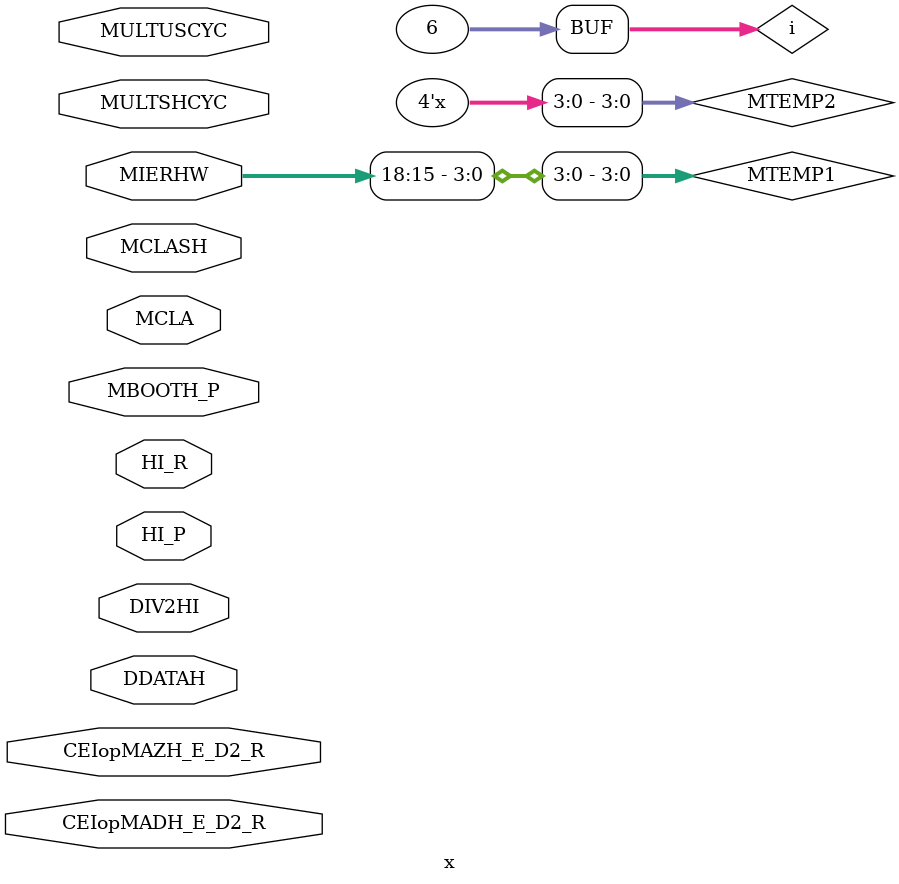
<source format=v>
module x (/*AUTOARG*/
   // Inputs
   MIERHW, MBOOTH_P, CEIopMADH_E_D2_R, CEIopMAZH_E_D2_R, DDATAH, DIV2HI, HI_R, MCLA, MCLASH,
   MULTSHCYC, MULTUSCYC, HI_P
   );

   input [18:0] MIERHW;
   integer 	i;
   integer 	MTEMP1;
   integer 	MTEMP2;
   input 	MBOOTH_P;
   input 	CEIopMADH_E_D2_R;
   input 	CEIopMAZH_E_D2_R;
   input 	DDATAH;
   input 	DIV2HI;
   input 	HI_R;
   input 	MCLA;
   input 	MCLASH;
   input 	MULTSHCYC;
   input 	MULTUSCYC;
   input 	HI_P;

   /*AUTOREG*/
   // Beginning of automatic regs (for this module's undeclared outputs)
   // End of automatics

   /*AUTOINPUT*/
   // Beginning of automatic inputs (from unused autoinst inputs)
   // End of automatics

   /*AUTOOUTPUT*/
   // Beginning of automatic outputs (from unused autoinst outputs)
   // End of automatics

   always @(/*AUTOSENSE*/MIERHW) begin

      for (i=0; i<=5; i=i+1) begin

	 MTEMP1[3:0] = {MIERHW[i*3+3],
			MIERHW[i*3+2],
			MIERHW[i*3+1],
			MIERHW[i*3+0]};

	 casex (MTEMP1)

           4'b0000: MTEMP2 = 4'b0101; // +0
           4'b0001: MTEMP2 = 4'b0001; // +1
           4'b0010: MTEMP2 = 4'b0001; // +1
           4'b0011: MTEMP2 = 4'b0010; // +2
           4'b0100: MTEMP2 = 4'b0010; // +2
           4'b0101: MTEMP2 = 4'b0100; // +3
           4'b0110: MTEMP2 = 4'b0100; // +3
           4'b0111: MTEMP2 = 4'b1000; // +4
           4'b1000: MTEMP2 = 4'b0111; // -4
           4'b1001: MTEMP2 = 4'b1011; // -3
           4'b1010: MTEMP2 = 4'b1011; // -3
           4'b1011: MTEMP2 = 4'b1101; // -2
           4'b1100: MTEMP2 = 4'b1101; // -2
           4'b1101: MTEMP2 = 4'b1110; // -1
           4'b1110: MTEMP2 = 4'b1110; // -1
           4'b1111: MTEMP2 = 4'b1010; // -0

	 endcase

      end

      {MBOOTH_P[i*4+3],
       MBOOTH_P[i*4+2],
       MBOOTH_P[i*4+1],
       MBOOTH_P[i*4+0]} = MTEMP2[3:0];

   end

   //  always @(/*AUTOnotSENSE*/
   //           __CEIopMADH_E_D2_R or __CEIopMAZH_E_D2_R or __DIV2HI or
   //           __MULTUSCYC or __MULTSHCYC or
   //           __DDATAH or __HI_R or __MCLA or __MCLASH)  begin

   //  always @(/*AUTOSENSE*/DDATAH or HI_R or MCLA or MCLASH)  begin
`define DMCLASH MCLASH
`define DCONST 1'b1
   always @(/*AUTOSENSE*/CEIopMADH_E_D2_R or CEIopMAZH_E_D2_R or DDATAH or DIV2HI or MCLA or MCLASH
	    or MULTSHCYC or MULTUSCYC)  begin

      case (1'b1)
	CEIopMADH_E_D2_R: HI_P = MCLA;
	CEIopMAZH_E_D2_R: HI_P = MCLA;
	DIV2HI:           HI_P = DDATAH;
	MULTUSCYC:        HI_P = MCLA;
	MULTSHCYC:        HI_P = `DMCLASH;
	default:          HI_P = `DCONST;
      endcase
   end
endmodule

// Local Variables:
// verilog-auto-read-includes:t
// End:

</source>
